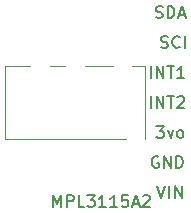
<source format=gbr>
G04 #@! TF.GenerationSoftware,KiCad,Pcbnew,(5.1.5)-3*
G04 #@! TF.CreationDate,2020-12-21T13:14:33+01:00*
G04 #@! TF.ProjectId,epimetheus_mpl3115a2,6570696d-6574-4686-9575-735f6d706c33,rev?*
G04 #@! TF.SameCoordinates,Original*
G04 #@! TF.FileFunction,Legend,Top*
G04 #@! TF.FilePolarity,Positive*
%FSLAX46Y46*%
G04 Gerber Fmt 4.6, Leading zero omitted, Abs format (unit mm)*
G04 Created by KiCad (PCBNEW (5.1.5)-3) date 2020-12-21 13:14:33*
%MOMM*%
%LPD*%
G04 APERTURE LIST*
%ADD10C,0.150000*%
%ADD11C,0.120000*%
G04 APERTURE END LIST*
D10*
X166132380Y-39822380D02*
X166132380Y-38822380D01*
X166465714Y-39536666D01*
X166799047Y-38822380D01*
X166799047Y-39822380D01*
X167275238Y-39822380D02*
X167275238Y-38822380D01*
X167656190Y-38822380D01*
X167751428Y-38870000D01*
X167799047Y-38917619D01*
X167846666Y-39012857D01*
X167846666Y-39155714D01*
X167799047Y-39250952D01*
X167751428Y-39298571D01*
X167656190Y-39346190D01*
X167275238Y-39346190D01*
X168751428Y-39822380D02*
X168275238Y-39822380D01*
X168275238Y-38822380D01*
X168989523Y-38822380D02*
X169608571Y-38822380D01*
X169275238Y-39203333D01*
X169418095Y-39203333D01*
X169513333Y-39250952D01*
X169560952Y-39298571D01*
X169608571Y-39393809D01*
X169608571Y-39631904D01*
X169560952Y-39727142D01*
X169513333Y-39774761D01*
X169418095Y-39822380D01*
X169132380Y-39822380D01*
X169037142Y-39774761D01*
X168989523Y-39727142D01*
X170560952Y-39822380D02*
X169989523Y-39822380D01*
X170275238Y-39822380D02*
X170275238Y-38822380D01*
X170180000Y-38965238D01*
X170084761Y-39060476D01*
X169989523Y-39108095D01*
X171513333Y-39822380D02*
X170941904Y-39822380D01*
X171227619Y-39822380D02*
X171227619Y-38822380D01*
X171132380Y-38965238D01*
X171037142Y-39060476D01*
X170941904Y-39108095D01*
X172418095Y-38822380D02*
X171941904Y-38822380D01*
X171894285Y-39298571D01*
X171941904Y-39250952D01*
X172037142Y-39203333D01*
X172275238Y-39203333D01*
X172370476Y-39250952D01*
X172418095Y-39298571D01*
X172465714Y-39393809D01*
X172465714Y-39631904D01*
X172418095Y-39727142D01*
X172370476Y-39774761D01*
X172275238Y-39822380D01*
X172037142Y-39822380D01*
X171941904Y-39774761D01*
X171894285Y-39727142D01*
X172846666Y-39536666D02*
X173322857Y-39536666D01*
X172751428Y-39822380D02*
X173084761Y-38822380D01*
X173418095Y-39822380D01*
X173703809Y-38917619D02*
X173751428Y-38870000D01*
X173846666Y-38822380D01*
X174084761Y-38822380D01*
X174180000Y-38870000D01*
X174227619Y-38917619D01*
X174275238Y-39012857D01*
X174275238Y-39108095D01*
X174227619Y-39250952D01*
X173656190Y-39822380D01*
X174275238Y-39822380D01*
D11*
X162052000Y-27888000D02*
X162052000Y-34088000D01*
X173873000Y-34088000D02*
X173873000Y-27888000D01*
X162052000Y-27888000D02*
X164148000Y-27888000D01*
X165798000Y-27888000D02*
X167148000Y-27888000D01*
X168798000Y-27888000D02*
X171198000Y-27888000D01*
X172748000Y-27888000D02*
X173873000Y-27888000D01*
X172298000Y-34088000D02*
X162052000Y-34088000D01*
D10*
X174807714Y-23772761D02*
X174950571Y-23820380D01*
X175188666Y-23820380D01*
X175283904Y-23772761D01*
X175331523Y-23725142D01*
X175379142Y-23629904D01*
X175379142Y-23534666D01*
X175331523Y-23439428D01*
X175283904Y-23391809D01*
X175188666Y-23344190D01*
X174998190Y-23296571D01*
X174902952Y-23248952D01*
X174855333Y-23201333D01*
X174807714Y-23106095D01*
X174807714Y-23010857D01*
X174855333Y-22915619D01*
X174902952Y-22868000D01*
X174998190Y-22820380D01*
X175236285Y-22820380D01*
X175379142Y-22868000D01*
X175807714Y-23820380D02*
X175807714Y-22820380D01*
X176045809Y-22820380D01*
X176188666Y-22868000D01*
X176283904Y-22963238D01*
X176331523Y-23058476D01*
X176379142Y-23248952D01*
X176379142Y-23391809D01*
X176331523Y-23582285D01*
X176283904Y-23677523D01*
X176188666Y-23772761D01*
X176045809Y-23820380D01*
X175807714Y-23820380D01*
X176760095Y-23534666D02*
X177236285Y-23534666D01*
X176664857Y-23820380D02*
X176998190Y-22820380D01*
X177331523Y-23820380D01*
X175252190Y-26312761D02*
X175395047Y-26360380D01*
X175633142Y-26360380D01*
X175728380Y-26312761D01*
X175776000Y-26265142D01*
X175823619Y-26169904D01*
X175823619Y-26074666D01*
X175776000Y-25979428D01*
X175728380Y-25931809D01*
X175633142Y-25884190D01*
X175442666Y-25836571D01*
X175347428Y-25788952D01*
X175299809Y-25741333D01*
X175252190Y-25646095D01*
X175252190Y-25550857D01*
X175299809Y-25455619D01*
X175347428Y-25408000D01*
X175442666Y-25360380D01*
X175680761Y-25360380D01*
X175823619Y-25408000D01*
X176823619Y-26265142D02*
X176776000Y-26312761D01*
X176633142Y-26360380D01*
X176537904Y-26360380D01*
X176395047Y-26312761D01*
X176299809Y-26217523D01*
X176252190Y-26122285D01*
X176204571Y-25931809D01*
X176204571Y-25788952D01*
X176252190Y-25598476D01*
X176299809Y-25503238D01*
X176395047Y-25408000D01*
X176537904Y-25360380D01*
X176633142Y-25360380D01*
X176776000Y-25408000D01*
X176823619Y-25455619D01*
X177252190Y-26360380D02*
X177252190Y-25360380D01*
X174387047Y-28900380D02*
X174387047Y-27900380D01*
X174863238Y-28900380D02*
X174863238Y-27900380D01*
X175434666Y-28900380D01*
X175434666Y-27900380D01*
X175768000Y-27900380D02*
X176339428Y-27900380D01*
X176053714Y-28900380D02*
X176053714Y-27900380D01*
X177196571Y-28900380D02*
X176625142Y-28900380D01*
X176910857Y-28900380D02*
X176910857Y-27900380D01*
X176815619Y-28043238D01*
X176720380Y-28138476D01*
X176625142Y-28186095D01*
X174387047Y-31440380D02*
X174387047Y-30440380D01*
X174863238Y-31440380D02*
X174863238Y-30440380D01*
X175434666Y-31440380D01*
X175434666Y-30440380D01*
X175768000Y-30440380D02*
X176339428Y-30440380D01*
X176053714Y-31440380D02*
X176053714Y-30440380D01*
X176625142Y-30535619D02*
X176672761Y-30488000D01*
X176768000Y-30440380D01*
X177006095Y-30440380D01*
X177101333Y-30488000D01*
X177148952Y-30535619D01*
X177196571Y-30630857D01*
X177196571Y-30726095D01*
X177148952Y-30868952D01*
X176577523Y-31440380D01*
X177196571Y-31440380D01*
X174855333Y-32980380D02*
X175474380Y-32980380D01*
X175141047Y-33361333D01*
X175283904Y-33361333D01*
X175379142Y-33408952D01*
X175426761Y-33456571D01*
X175474380Y-33551809D01*
X175474380Y-33789904D01*
X175426761Y-33885142D01*
X175379142Y-33932761D01*
X175283904Y-33980380D01*
X174998190Y-33980380D01*
X174902952Y-33932761D01*
X174855333Y-33885142D01*
X175807714Y-33313714D02*
X176045809Y-33980380D01*
X176283904Y-33313714D01*
X176807714Y-33980380D02*
X176712476Y-33932761D01*
X176664857Y-33885142D01*
X176617238Y-33789904D01*
X176617238Y-33504190D01*
X176664857Y-33408952D01*
X176712476Y-33361333D01*
X176807714Y-33313714D01*
X176950571Y-33313714D01*
X177045809Y-33361333D01*
X177093428Y-33408952D01*
X177141047Y-33504190D01*
X177141047Y-33789904D01*
X177093428Y-33885142D01*
X177045809Y-33932761D01*
X176950571Y-33980380D01*
X176807714Y-33980380D01*
X175006095Y-35568000D02*
X174910857Y-35520380D01*
X174768000Y-35520380D01*
X174625142Y-35568000D01*
X174529904Y-35663238D01*
X174482285Y-35758476D01*
X174434666Y-35948952D01*
X174434666Y-36091809D01*
X174482285Y-36282285D01*
X174529904Y-36377523D01*
X174625142Y-36472761D01*
X174768000Y-36520380D01*
X174863238Y-36520380D01*
X175006095Y-36472761D01*
X175053714Y-36425142D01*
X175053714Y-36091809D01*
X174863238Y-36091809D01*
X175482285Y-36520380D02*
X175482285Y-35520380D01*
X176053714Y-36520380D01*
X176053714Y-35520380D01*
X176529904Y-36520380D02*
X176529904Y-35520380D01*
X176768000Y-35520380D01*
X176910857Y-35568000D01*
X177006095Y-35663238D01*
X177053714Y-35758476D01*
X177101333Y-35948952D01*
X177101333Y-36091809D01*
X177053714Y-36282285D01*
X177006095Y-36377523D01*
X176910857Y-36472761D01*
X176768000Y-36520380D01*
X176529904Y-36520380D01*
X174926761Y-38060380D02*
X175260095Y-39060380D01*
X175593428Y-38060380D01*
X175926761Y-39060380D02*
X175926761Y-38060380D01*
X176402952Y-39060380D02*
X176402952Y-38060380D01*
X176974380Y-39060380D01*
X176974380Y-38060380D01*
M02*

</source>
